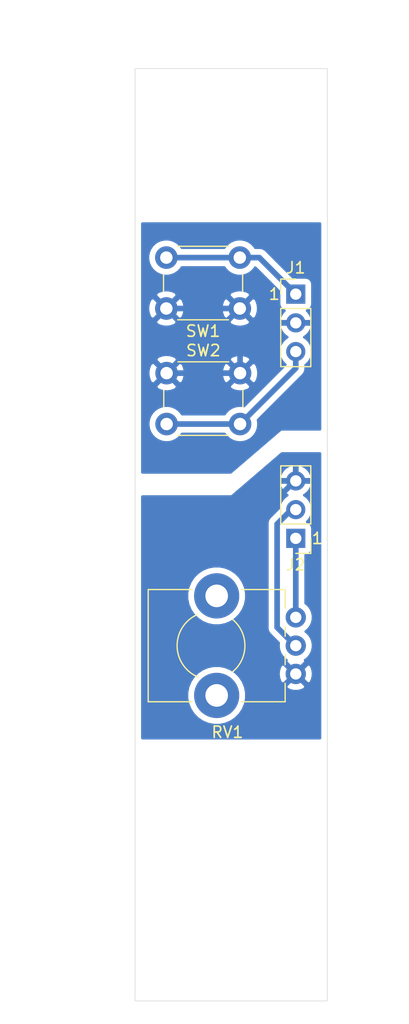
<source format=kicad_pcb>
(kicad_pcb (version 20171130) (host pcbnew "(5.1.8)-1")

  (general
    (thickness 1.6)
    (drawings 26)
    (tracks 23)
    (zones 0)
    (modules 7)
    (nets 7)
  )

  (page A4)
  (layers
    (0 F.Cu signal)
    (31 B.Cu signal)
    (32 B.Adhes user)
    (33 F.Adhes user)
    (34 B.Paste user)
    (35 F.Paste user)
    (36 B.SilkS user)
    (37 F.SilkS user)
    (38 B.Mask user)
    (39 F.Mask user)
    (40 Dwgs.User user)
    (41 Cmts.User user)
    (42 Eco1.User user)
    (43 Eco2.User user)
    (44 Edge.Cuts user)
    (45 Margin user)
    (46 B.CrtYd user)
    (47 F.CrtYd user)
    (48 B.Fab user)
    (49 F.Fab user)
  )

  (setup
    (last_trace_width 0.5)
    (trace_clearance 0.5)
    (zone_clearance 0.508)
    (zone_45_only no)
    (trace_min 0.2)
    (via_size 0.8)
    (via_drill 0.4)
    (via_min_size 0.4)
    (via_min_drill 0.3)
    (uvia_size 0.3)
    (uvia_drill 0.1)
    (uvias_allowed no)
    (uvia_min_size 0.2)
    (uvia_min_drill 0.1)
    (edge_width 0.05)
    (segment_width 0.2)
    (pcb_text_width 0.3)
    (pcb_text_size 1.5 1.5)
    (mod_edge_width 0.12)
    (mod_text_size 1 1)
    (mod_text_width 0.15)
    (pad_size 1.524 1.524)
    (pad_drill 0.762)
    (pad_to_mask_clearance 0)
    (aux_axis_origin 0 0)
    (visible_elements 7FFFFFFF)
    (pcbplotparams
      (layerselection 0x010f0_ffffffff)
      (usegerberextensions true)
      (usegerberattributes false)
      (usegerberadvancedattributes false)
      (creategerberjobfile false)
      (excludeedgelayer true)
      (linewidth 0.100000)
      (plotframeref false)
      (viasonmask false)
      (mode 1)
      (useauxorigin true)
      (hpglpennumber 1)
      (hpglpenspeed 20)
      (hpglpendiameter 15.000000)
      (psnegative false)
      (psa4output false)
      (plotreference true)
      (plotvalue true)
      (plotinvisibletext false)
      (padsonsilk true)
      (subtractmaskfromsilk false)
      (outputformat 1)
      (mirror false)
      (drillshape 0)
      (scaleselection 1)
      (outputdirectory "gerber_allpcb"))
  )

  (net 0 "")
  (net 1 "Net-(J1-Pad1)")
  (net 2 "Net-(J1-Pad2)")
  (net 3 "Net-(J1-Pad3)")
  (net 4 "Net-(J2-Pad1)")
  (net 5 "Net-(J2-Pad2)")
  (net 6 "Net-(J2-Pad3)")

  (net_class Default "This is the default net class."
    (clearance 0.5)
    (trace_width 0.5)
    (via_dia 0.8)
    (via_drill 0.4)
    (uvia_dia 0.3)
    (uvia_drill 0.1)
    (add_net "Net-(J1-Pad1)")
    (add_net "Net-(J1-Pad2)")
    (add_net "Net-(J1-Pad3)")
    (add_net "Net-(J2-Pad1)")
    (add_net "Net-(J2-Pad2)")
    (add_net "Net-(J2-Pad3)")
  )

  (module Buttons_Switches_ThroughHole:SW_PUSH_6mm (layer F.Cu) (tedit 5923F252) (tstamp 60E2C215)
    (at 77.597 73.66 180)
    (descr https://www.omron.com/ecb/products/pdf/en-b3f.pdf)
    (tags "tact sw push 6mm")
    (path /60E2A62D)
    (fp_text reference SW1 (at 3.25 -2) (layer F.SilkS)
      (effects (font (size 1 1) (thickness 0.15)))
    )
    (fp_text value SW_Push (at 3.75 6.7) (layer F.Fab)
      (effects (font (size 1 1) (thickness 0.15)))
    )
    (fp_line (start 3.25 -0.75) (end 6.25 -0.75) (layer F.Fab) (width 0.1))
    (fp_line (start 6.25 -0.75) (end 6.25 5.25) (layer F.Fab) (width 0.1))
    (fp_line (start 6.25 5.25) (end 0.25 5.25) (layer F.Fab) (width 0.1))
    (fp_line (start 0.25 5.25) (end 0.25 -0.75) (layer F.Fab) (width 0.1))
    (fp_line (start 0.25 -0.75) (end 3.25 -0.75) (layer F.Fab) (width 0.1))
    (fp_line (start 7.75 6) (end 8 6) (layer F.CrtYd) (width 0.05))
    (fp_line (start 8 6) (end 8 5.75) (layer F.CrtYd) (width 0.05))
    (fp_line (start 7.75 -1.5) (end 8 -1.5) (layer F.CrtYd) (width 0.05))
    (fp_line (start 8 -1.5) (end 8 -1.25) (layer F.CrtYd) (width 0.05))
    (fp_line (start -1.5 -1.25) (end -1.5 -1.5) (layer F.CrtYd) (width 0.05))
    (fp_line (start -1.5 -1.5) (end -1.25 -1.5) (layer F.CrtYd) (width 0.05))
    (fp_line (start -1.5 5.75) (end -1.5 6) (layer F.CrtYd) (width 0.05))
    (fp_line (start -1.5 6) (end -1.25 6) (layer F.CrtYd) (width 0.05))
    (fp_line (start -1.25 -1.5) (end 7.75 -1.5) (layer F.CrtYd) (width 0.05))
    (fp_line (start -1.5 5.75) (end -1.5 -1.25) (layer F.CrtYd) (width 0.05))
    (fp_line (start 7.75 6) (end -1.25 6) (layer F.CrtYd) (width 0.05))
    (fp_line (start 8 -1.25) (end 8 5.75) (layer F.CrtYd) (width 0.05))
    (fp_line (start 1 5.5) (end 5.5 5.5) (layer F.SilkS) (width 0.12))
    (fp_line (start -0.25 1.5) (end -0.25 3) (layer F.SilkS) (width 0.12))
    (fp_line (start 5.5 -1) (end 1 -1) (layer F.SilkS) (width 0.12))
    (fp_line (start 6.75 3) (end 6.75 1.5) (layer F.SilkS) (width 0.12))
    (fp_circle (center 3.25 2.25) (end 1.25 2.5) (layer F.Fab) (width 0.1))
    (fp_text user %R (at 3.175 1.905) (layer F.Fab)
      (effects (font (size 1 1) (thickness 0.15)))
    )
    (pad 2 thru_hole circle (at 0 4.5 270) (size 2 2) (drill 1.1) (layers *.Cu *.Mask)
      (net 1 "Net-(J1-Pad1)"))
    (pad 1 thru_hole circle (at 0 0 270) (size 2 2) (drill 1.1) (layers *.Cu *.Mask)
      (net 2 "Net-(J1-Pad2)"))
    (pad 2 thru_hole circle (at 6.5 4.5 270) (size 2 2) (drill 1.1) (layers *.Cu *.Mask)
      (net 1 "Net-(J1-Pad1)"))
    (pad 1 thru_hole circle (at 6.5 0 270) (size 2 2) (drill 1.1) (layers *.Cu *.Mask)
      (net 2 "Net-(J1-Pad2)"))
    (model ${KISYS3DMOD}/Buttons_Switches_THT.3dshapes/SW_PUSH_6mm.wrl
      (offset (xyz 0.1269999980926514 0 0))
      (scale (xyz 0.3937 0.3937 0.3937))
      (rotate (xyz 0 0 0))
    )
    (model ${KISYS3DMOD}/Button_Switch_THT.3dshapes/SW_PUSH_6mm_H7.3mm.wrl
      (at (xyz 0 0 0))
      (scale (xyz 1 1 1))
      (rotate (xyz 0 0 0))
    )
  )

  (module Mounting_Holes:MountingHole_3.2mm_M3 (layer F.Cu) (tedit 56D1B4CB) (tstamp 60E2C5B8)
    (at 75.311 118.745)
    (descr "Mounting Hole 3.2mm, no annular, M3")
    (tags "mounting hole 3.2mm no annular m3")
    (attr virtual)
    (fp_text reference REF** (at 0 -4.2) (layer F.SilkS) hide
      (effects (font (size 1 1) (thickness 0.15)))
    )
    (fp_text value MountingHole_3.2mm_M3 (at 0 4.2) (layer F.Fab)
      (effects (font (size 1 1) (thickness 0.15)))
    )
    (fp_circle (center 0 0) (end 3.2 0) (layer Cmts.User) (width 0.15))
    (fp_circle (center 0 0) (end 3.45 0) (layer F.CrtYd) (width 0.05))
    (fp_text user %R (at 0.3 0) (layer F.Fab)
      (effects (font (size 1 1) (thickness 0.15)))
    )
    (pad 1 np_thru_hole circle (at 0 0) (size 3.2 3.2) (drill 3.2) (layers *.Cu *.Mask))
  )

  (module Mounting_Holes:MountingHole_3.2mm_M3 (layer F.Cu) (tedit 56D1B4CB) (tstamp 60E2AD22)
    (at 75.311 60.452)
    (descr "Mounting Hole 3.2mm, no annular, M3")
    (tags "mounting hole 3.2mm no annular m3")
    (attr virtual)
    (fp_text reference REF** (at 0 -4.2) (layer F.SilkS) hide
      (effects (font (size 1 1) (thickness 0.15)))
    )
    (fp_text value MountingHole_3.2mm_M3 (at 0 4.2) (layer F.Fab)
      (effects (font (size 1 1) (thickness 0.15)))
    )
    (fp_circle (center 0 0) (end 3.45 0) (layer F.CrtYd) (width 0.05))
    (fp_circle (center 0 0) (end 3.2 0) (layer Cmts.User) (width 0.15))
    (fp_text user %R (at 0.3 0) (layer F.Fab)
      (effects (font (size 1 1) (thickness 0.15)))
    )
    (pad 1 np_thru_hole circle (at 0 0) (size 3.2 3.2) (drill 3.2) (layers *.Cu *.Mask))
  )

  (module Buttons_Switches_ThroughHole:SW_PUSH_6mm (layer F.Cu) (tedit 5923F252) (tstamp 60E2A9AF)
    (at 71.12 79.375)
    (descr https://www.omron.com/ecb/products/pdf/en-b3f.pdf)
    (tags "tact sw push 6mm")
    (path /60E2ABC2)
    (fp_text reference SW2 (at 3.25 -2) (layer F.SilkS)
      (effects (font (size 1 1) (thickness 0.15)))
    )
    (fp_text value SW_Push (at 3.75 6.7) (layer F.Fab)
      (effects (font (size 1 1) (thickness 0.15)))
    )
    (fp_line (start 3.25 -0.75) (end 6.25 -0.75) (layer F.Fab) (width 0.1))
    (fp_line (start 6.25 -0.75) (end 6.25 5.25) (layer F.Fab) (width 0.1))
    (fp_line (start 6.25 5.25) (end 0.25 5.25) (layer F.Fab) (width 0.1))
    (fp_line (start 0.25 5.25) (end 0.25 -0.75) (layer F.Fab) (width 0.1))
    (fp_line (start 0.25 -0.75) (end 3.25 -0.75) (layer F.Fab) (width 0.1))
    (fp_line (start 7.75 6) (end 8 6) (layer F.CrtYd) (width 0.05))
    (fp_line (start 8 6) (end 8 5.75) (layer F.CrtYd) (width 0.05))
    (fp_line (start 7.75 -1.5) (end 8 -1.5) (layer F.CrtYd) (width 0.05))
    (fp_line (start 8 -1.5) (end 8 -1.25) (layer F.CrtYd) (width 0.05))
    (fp_line (start -1.5 -1.25) (end -1.5 -1.5) (layer F.CrtYd) (width 0.05))
    (fp_line (start -1.5 -1.5) (end -1.25 -1.5) (layer F.CrtYd) (width 0.05))
    (fp_line (start -1.5 5.75) (end -1.5 6) (layer F.CrtYd) (width 0.05))
    (fp_line (start -1.5 6) (end -1.25 6) (layer F.CrtYd) (width 0.05))
    (fp_line (start -1.25 -1.5) (end 7.75 -1.5) (layer F.CrtYd) (width 0.05))
    (fp_line (start -1.5 5.75) (end -1.5 -1.25) (layer F.CrtYd) (width 0.05))
    (fp_line (start 7.75 6) (end -1.25 6) (layer F.CrtYd) (width 0.05))
    (fp_line (start 8 -1.25) (end 8 5.75) (layer F.CrtYd) (width 0.05))
    (fp_line (start 1 5.5) (end 5.5 5.5) (layer F.SilkS) (width 0.12))
    (fp_line (start -0.25 1.5) (end -0.25 3) (layer F.SilkS) (width 0.12))
    (fp_line (start 5.5 -1) (end 1 -1) (layer F.SilkS) (width 0.12))
    (fp_line (start 6.75 3) (end 6.75 1.5) (layer F.SilkS) (width 0.12))
    (fp_circle (center 3.25 2.25) (end 1.25 2.5) (layer F.Fab) (width 0.1))
    (fp_text user %R (at 3.25 2.25) (layer F.Fab)
      (effects (font (size 1 1) (thickness 0.15)))
    )
    (pad 2 thru_hole circle (at 0 4.5 90) (size 2 2) (drill 1.1) (layers *.Cu *.Mask)
      (net 3 "Net-(J1-Pad3)"))
    (pad 1 thru_hole circle (at 0 0 90) (size 2 2) (drill 1.1) (layers *.Cu *.Mask)
      (net 2 "Net-(J1-Pad2)"))
    (pad 2 thru_hole circle (at 6.5 4.5 90) (size 2 2) (drill 1.1) (layers *.Cu *.Mask)
      (net 3 "Net-(J1-Pad3)"))
    (pad 1 thru_hole circle (at 6.5 0 90) (size 2 2) (drill 1.1) (layers *.Cu *.Mask)
      (net 2 "Net-(J1-Pad2)"))
    (model ${KISYS3DMOD}/Buttons_Switches_THT.3dshapes/SW_PUSH_6mm.wrl
      (offset (xyz 0.1269999980926514 0 0))
      (scale (xyz 0.3937 0.3937 0.3937))
      (rotate (xyz 0 0 0))
    )
    (model ${KISYS3DMOD}/Button_Switch_THT.3dshapes/SW_PUSH_6mm_H7.3mm.wrl
      (at (xyz 0 0 0))
      (scale (xyz 1 1 1))
      (rotate (xyz 0 0 0))
    )
  )

  (module Potentiometers:Potentiometer_Alps_RK09K_Horizontal (layer F.Cu) (tedit 58826B09) (tstamp 60E2A9A9)
    (at 82.55 100.965 180)
    (descr "Potentiometer, horizontally mounted, Omeg PC16PU, Omeg PC16PU, Omeg PC16PU, Vishay/Spectrol 248GJ/249GJ Single, Vishay/Spectrol 248GJ/249GJ Single, Vishay/Spectrol 248GJ/249GJ Single, Vishay/Spectrol 248GH/249GH Single, Vishay/Spectrol 148/149 Single, Vishay/Spectrol 148/149 Single, Vishay/Spectrol 148/149 Single, Vishay/Spectrol 148A/149A Single with mounting plates, Vishay/Spectrol 148/149 Double, Vishay/Spectrol 148A/149A Double with mounting plates, Piher PC-16 Single, Piher PC-16 Single, Piher PC-16 Single, Piher PC-16SV Single, Piher PC-16 Double, Piher PC-16 Triple, Piher T16H Single, Piher T16L Single, Piher T16H Double, Alps RK163 Single, Alps RK163 Double, Alps RK097 Single, Alps RK097 Double, Bourns PTV09A-2 Single with mounting sleve Single, Bourns PTV09A-1 with mounting sleve Single, Bourns PRS11S Single, Alps RK09K Single with mounting sleve Single, Alps RK09K with mounting sleve Single, http://www.alps.com/prod/info/E/HTML/Potentiometer/RotaryPotentiometers/RK09K/RK09D1130C1B.html")
    (tags "Potentiometer horizontal  Omeg PC16PU  Omeg PC16PU  Omeg PC16PU  Vishay/Spectrol 248GJ/249GJ Single  Vishay/Spectrol 248GJ/249GJ Single  Vishay/Spectrol 248GJ/249GJ Single  Vishay/Spectrol 248GH/249GH Single  Vishay/Spectrol 148/149 Single  Vishay/Spectrol 148/149 Single  Vishay/Spectrol 148/149 Single  Vishay/Spectrol 148A/149A Single with mounting plates  Vishay/Spectrol 148/149 Double  Vishay/Spectrol 148A/149A Double with mounting plates  Piher PC-16 Single  Piher PC-16 Single  Piher PC-16 Single  Piher PC-16SV Single  Piher PC-16 Double  Piher PC-16 Triple  Piher T16H Single  Piher T16L Single  Piher T16H Double  Alps RK163 Single  Alps RK163 Double  Alps RK097 Single  Alps RK097 Double  Bourns PTV09A-2 Single with mounting sleve Single  Bourns PTV09A-1 with mounting sleve Single  Bourns PRS11S Single  Alps RK09K Single with mounting sleve Single  Alps RK09K with mounting sleve Single")
    (path /60E2B9BF)
    (fp_text reference RV1 (at 6.05 -10.15) (layer F.SilkS)
      (effects (font (size 1 1) (thickness 0.15)))
    )
    (fp_text value R_POT (at 6.05 5.15) (layer F.Fab)
      (effects (font (size 1 1) (thickness 0.15)))
    )
    (fp_circle (center 7.5 -2.5) (end 10.75 -2.5) (layer F.Fab) (width 0.1))
    (fp_circle (center 7.5 -2.5) (end 10.5 -2.5) (layer F.Fab) (width 0.1))
    (fp_line (start 1 -7.4) (end 1 2.4) (layer F.Fab) (width 0.1))
    (fp_line (start 1 2.4) (end 13 2.4) (layer F.Fab) (width 0.1))
    (fp_line (start 13 2.4) (end 13 -7.4) (layer F.Fab) (width 0.1))
    (fp_line (start 13 -7.4) (end 1 -7.4) (layer F.Fab) (width 0.1))
    (fp_line (start 0.94 -7.461) (end 4.806 -7.461) (layer F.SilkS) (width 0.12))
    (fp_line (start 9.195 -7.461) (end 13.06 -7.461) (layer F.SilkS) (width 0.12))
    (fp_line (start 0.94 2.46) (end 4.806 2.46) (layer F.SilkS) (width 0.12))
    (fp_line (start 9.195 2.46) (end 13.06 2.46) (layer F.SilkS) (width 0.12))
    (fp_line (start 0.94 -7.461) (end 0.94 -5.825) (layer F.SilkS) (width 0.12))
    (fp_line (start 0.94 -4.175) (end 0.94 -3.325) (layer F.SilkS) (width 0.12))
    (fp_line (start 0.94 -1.675) (end 0.94 -0.825) (layer F.SilkS) (width 0.12))
    (fp_line (start 0.94 0.825) (end 0.94 2.46) (layer F.SilkS) (width 0.12))
    (fp_line (start 13.06 -7.461) (end 13.06 2.46) (layer F.SilkS) (width 0.12))
    (fp_line (start -1.15 -9.15) (end -1.15 4.15) (layer F.CrtYd) (width 0.05))
    (fp_line (start -1.15 4.15) (end 13.25 4.15) (layer F.CrtYd) (width 0.05))
    (fp_line (start 13.25 4.15) (end 13.25 -9.15) (layer F.CrtYd) (width 0.05))
    (fp_line (start 13.25 -9.15) (end -1.15 -9.15) (layer F.CrtYd) (width 0.05))
    (fp_arc (start 7.5 -2.5) (end 8.673 0.262) (angle -134) (layer F.SilkS) (width 0.12))
    (fp_arc (start 7.5 -2.5) (end 5.572 -4.798) (angle -100) (layer F.SilkS) (width 0.12))
    (pad 3 thru_hole circle (at 0 -5 180) (size 1.8 1.8) (drill 1) (layers *.Cu *.Mask)
      (net 6 "Net-(J2-Pad3)"))
    (pad 2 thru_hole circle (at 0 -2.5 180) (size 1.8 1.8) (drill 1) (layers *.Cu *.Mask)
      (net 5 "Net-(J2-Pad2)"))
    (pad 1 thru_hole circle (at 0 0 180) (size 1.8 1.8) (drill 1) (layers *.Cu *.Mask)
      (net 4 "Net-(J2-Pad1)"))
    (pad 0 np_thru_hole circle (at 7 -6.9 180) (size 4 4) (drill 2) (layers *.Cu *.Mask))
    (pad 0 np_thru_hole circle (at 7 1.9 180) (size 4 4) (drill 2) (layers *.Cu *.Mask))
    (model Potentiometers.3dshapes/Potentiometer_Alps_RK09K_Horizontal.wrl
      (at (xyz 0 0 0))
      (scale (xyz 0.393701 0.393701 0.393701))
      (rotate (xyz 0 0 0))
    )
    (model ${KIPRJMOD}/RK09D1170-F30.STEP
      (offset (xyz 7 2.5 6.5))
      (scale (xyz 1 1 1))
      (rotate (xyz 0 180 90))
    )
  )

  (module Pin_Headers:Pin_Header_Straight_1x03_Pitch2.54mm (layer F.Cu) (tedit 59650532) (tstamp 60E2A9A6)
    (at 82.55 93.98 180)
    (descr "Through hole straight pin header, 1x03, 2.54mm pitch, single row")
    (tags "Through hole pin header THT 1x03 2.54mm single row")
    (path /60E2B5E7)
    (fp_text reference J2 (at 0 -2.33) (layer F.SilkS)
      (effects (font (size 1 1) (thickness 0.15)))
    )
    (fp_text value Conn_01x03_Male (at 0 7.41) (layer F.Fab)
      (effects (font (size 1 1) (thickness 0.15)))
    )
    (fp_line (start -0.635 -1.27) (end 1.27 -1.27) (layer F.Fab) (width 0.1))
    (fp_line (start 1.27 -1.27) (end 1.27 6.35) (layer F.Fab) (width 0.1))
    (fp_line (start 1.27 6.35) (end -1.27 6.35) (layer F.Fab) (width 0.1))
    (fp_line (start -1.27 6.35) (end -1.27 -0.635) (layer F.Fab) (width 0.1))
    (fp_line (start -1.27 -0.635) (end -0.635 -1.27) (layer F.Fab) (width 0.1))
    (fp_line (start -1.33 6.41) (end 1.33 6.41) (layer F.SilkS) (width 0.12))
    (fp_line (start -1.33 1.27) (end -1.33 6.41) (layer F.SilkS) (width 0.12))
    (fp_line (start 1.33 1.27) (end 1.33 6.41) (layer F.SilkS) (width 0.12))
    (fp_line (start -1.33 1.27) (end 1.33 1.27) (layer F.SilkS) (width 0.12))
    (fp_line (start -1.33 0) (end -1.33 -1.33) (layer F.SilkS) (width 0.12))
    (fp_line (start -1.33 -1.33) (end 0 -1.33) (layer F.SilkS) (width 0.12))
    (fp_line (start -1.8 -1.8) (end -1.8 6.85) (layer F.CrtYd) (width 0.05))
    (fp_line (start -1.8 6.85) (end 1.8 6.85) (layer F.CrtYd) (width 0.05))
    (fp_line (start 1.8 6.85) (end 1.8 -1.8) (layer F.CrtYd) (width 0.05))
    (fp_line (start 1.8 -1.8) (end -1.8 -1.8) (layer F.CrtYd) (width 0.05))
    (fp_text user %R (at 0 2.54 90) (layer F.Fab)
      (effects (font (size 1 1) (thickness 0.15)))
    )
    (fp_text user 1 (at -1.905 0) (layer F.SilkS)
      (effects (font (size 1 1) (thickness 0.15)))
    )
    (pad 1 thru_hole rect (at 0 0 180) (size 1.7 1.7) (drill 1) (layers *.Cu *.Mask)
      (net 4 "Net-(J2-Pad1)"))
    (pad 2 thru_hole oval (at 0 2.54 180) (size 1.7 1.7) (drill 1) (layers *.Cu *.Mask)
      (net 5 "Net-(J2-Pad2)"))
    (pad 3 thru_hole oval (at 0 5.08 180) (size 1.7 1.7) (drill 1) (layers *.Cu *.Mask)
      (net 6 "Net-(J2-Pad3)"))
    (model ${KISYS3DMOD}/Pin_Headers.3dshapes/Pin_Header_Straight_1x03_Pitch2.54mm.wrl
      (at (xyz 0 0 0))
      (scale (xyz 1 1 1))
      (rotate (xyz 0 0 0))
    )
  )

  (module Pin_Headers:Pin_Header_Straight_1x03_Pitch2.54mm (layer F.Cu) (tedit 59650532) (tstamp 60E2A9A3)
    (at 82.55 72.39)
    (descr "Through hole straight pin header, 1x03, 2.54mm pitch, single row")
    (tags "Through hole pin header THT 1x03 2.54mm single row")
    (path /60E2ADF7)
    (fp_text reference J1 (at 0 -2.33) (layer F.SilkS)
      (effects (font (size 1 1) (thickness 0.15)))
    )
    (fp_text value Conn_01x03_Male (at 0 7.41) (layer F.Fab)
      (effects (font (size 1 1) (thickness 0.15)))
    )
    (fp_line (start -0.635 -1.27) (end 1.27 -1.27) (layer F.Fab) (width 0.1))
    (fp_line (start 1.27 -1.27) (end 1.27 6.35) (layer F.Fab) (width 0.1))
    (fp_line (start 1.27 6.35) (end -1.27 6.35) (layer F.Fab) (width 0.1))
    (fp_line (start -1.27 6.35) (end -1.27 -0.635) (layer F.Fab) (width 0.1))
    (fp_line (start -1.27 -0.635) (end -0.635 -1.27) (layer F.Fab) (width 0.1))
    (fp_line (start -1.33 6.41) (end 1.33 6.41) (layer F.SilkS) (width 0.12))
    (fp_line (start -1.33 1.27) (end -1.33 6.41) (layer F.SilkS) (width 0.12))
    (fp_line (start 1.33 1.27) (end 1.33 6.41) (layer F.SilkS) (width 0.12))
    (fp_line (start -1.33 1.27) (end 1.33 1.27) (layer F.SilkS) (width 0.12))
    (fp_line (start -1.33 0) (end -1.33 -1.33) (layer F.SilkS) (width 0.12))
    (fp_line (start -1.33 -1.33) (end 0 -1.33) (layer F.SilkS) (width 0.12))
    (fp_line (start -1.8 -1.8) (end -1.8 6.85) (layer F.CrtYd) (width 0.05))
    (fp_line (start -1.8 6.85) (end 1.8 6.85) (layer F.CrtYd) (width 0.05))
    (fp_line (start 1.8 6.85) (end 1.8 -1.8) (layer F.CrtYd) (width 0.05))
    (fp_line (start 1.8 -1.8) (end -1.8 -1.8) (layer F.CrtYd) (width 0.05))
    (fp_text user %R (at 0 2.54 90) (layer F.Fab)
      (effects (font (size 1 1) (thickness 0.15)))
    )
    (fp_text user 1 (at -1.905 0) (layer F.SilkS)
      (effects (font (size 1 1) (thickness 0.15)))
    )
    (pad 1 thru_hole rect (at 0 0) (size 1.7 1.7) (drill 1) (layers *.Cu *.Mask)
      (net 1 "Net-(J1-Pad1)"))
    (pad 2 thru_hole oval (at 0 2.54) (size 1.7 1.7) (drill 1) (layers *.Cu *.Mask)
      (net 2 "Net-(J1-Pad2)"))
    (pad 3 thru_hole oval (at 0 5.08) (size 1.7 1.7) (drill 1) (layers *.Cu *.Mask)
      (net 3 "Net-(J1-Pad3)"))
    (model ${KISYS3DMOD}/Pin_Headers.3dshapes/Pin_Header_Straight_1x03_Pitch2.54mm.wrl
      (at (xyz 0 0 0))
      (scale (xyz 1 1 1))
      (rotate (xyz 0 0 0))
    )
  )

  (dimension 3.175 (width 0.15) (layer Dwgs.User)
    (gr_text "3.175 mm" (at 84.7725 96.55) (layer Dwgs.User)
      (effects (font (size 1 1) (thickness 0.15)))
    )
    (feature1 (pts (xy 83.185 93.98) (xy 83.185 95.836421)))
    (feature2 (pts (xy 86.36 93.98) (xy 86.36 95.836421)))
    (crossbar (pts (xy 86.36 95.25) (xy 83.185 95.25)))
    (arrow1a (pts (xy 83.185 95.25) (xy 84.311504 94.663579)))
    (arrow1b (pts (xy 83.185 95.25) (xy 84.311504 95.836421)))
    (arrow2a (pts (xy 86.36 95.25) (xy 85.233496 94.663579)))
    (arrow2b (pts (xy 86.36 95.25) (xy 85.233496 95.836421)))
  )
  (dimension 54.077919 (width 0.15) (layer Dwgs.User)
    (gr_text "54.078 mm" (at 60.041 76.441959 270) (layer Dwgs.User)
      (effects (font (size 1 1) (thickness 0.15)))
    )
    (feature1 (pts (xy 75.057 103.480919) (xy 60.754579 103.480919)))
    (feature2 (pts (xy 75.057 49.403) (xy 60.754579 49.403)))
    (crossbar (pts (xy 61.341 49.403) (xy 61.341 103.480919)))
    (arrow1a (pts (xy 61.341 103.480919) (xy 60.754579 102.354415)))
    (arrow1b (pts (xy 61.341 103.480919) (xy 61.927421 102.354415)))
    (arrow2a (pts (xy 61.341 49.403) (xy 60.754579 50.529504)))
    (arrow2b (pts (xy 61.341 49.403) (xy 61.927421 50.529504)))
  )
  (dimension 69.342 (width 0.15) (layer Dwgs.User)
    (gr_text "69.342 mm" (at 69.564187 84.074 270) (layer Dwgs.User)
      (effects (font (size 1 1) (thickness 0.15)))
    )
    (feature1 (pts (xy 75.311 118.745) (xy 70.277766 118.745)))
    (feature2 (pts (xy 75.311 49.403) (xy 70.277766 49.403)))
    (crossbar (pts (xy 70.864187 49.403) (xy 70.864187 118.745)))
    (arrow1a (pts (xy 70.864187 118.745) (xy 70.277766 117.618496)))
    (arrow1b (pts (xy 70.864187 118.745) (xy 71.450608 117.618496)))
    (arrow2a (pts (xy 70.864187 49.403) (xy 70.277766 50.529504)))
    (arrow2b (pts (xy 70.864187 49.403) (xy 71.450608 50.529504)))
  )
  (dimension 4.579156 (width 0.15) (layer Dwgs.User)
    (gr_text "4.579 mm" (at 74.373283 77.186) (layer Dwgs.User)
      (effects (font (size 1 1) (thickness 0.15)))
    )
    (feature1 (pts (xy 76.662861 81.6102) (xy 76.662861 77.899579)))
    (feature2 (pts (xy 72.083705 81.6102) (xy 72.083705 77.899579)))
    (crossbar (pts (xy 72.083705 78.486) (xy 76.662861 78.486)))
    (arrow1a (pts (xy 76.662861 78.486) (xy 75.536357 79.072421)))
    (arrow1b (pts (xy 76.662861 78.486) (xy 75.536357 77.899579)))
    (arrow2a (pts (xy 72.083705 78.486) (xy 73.210209 79.072421)))
    (arrow2b (pts (xy 72.083705 78.486) (xy 73.210209 77.899579)))
  )
  (dimension 8.047544 (width 0.15) (layer Dwgs.User)
    (gr_text "8.048 mm" (at 75.057 101.189) (layer Dwgs.User)
      (effects (font (size 1 1) (thickness 0.15)))
    )
    (feature1 (pts (xy 79.080772 103.480919) (xy 79.080772 101.902579)))
    (feature2 (pts (xy 71.033228 103.480919) (xy 71.033228 101.902579)))
    (crossbar (pts (xy 71.033228 102.489) (xy 79.080772 102.489)))
    (arrow1a (pts (xy 79.080772 102.489) (xy 77.954268 103.075421)))
    (arrow1b (pts (xy 79.080772 102.489) (xy 77.954268 101.902579)))
    (arrow2a (pts (xy 71.033228 102.489) (xy 72.159732 103.075421)))
    (arrow2b (pts (xy 71.033228 102.489) (xy 72.159732 101.902579)))
  )
  (dimension 11.986717 (width 0.15) (layer Dwgs.User)
    (gr_text "11.987 mm" (at 80.366641 84.052651) (layer Dwgs.User)
      (effects (font (size 1 1) (thickness 0.15)))
    )
    (feature1 (pts (xy 86.36 81.6102) (xy 86.36 83.339072)))
    (feature2 (pts (xy 74.373283 81.6102) (xy 74.373283 83.339072)))
    (crossbar (pts (xy 74.373283 82.752651) (xy 86.36 82.752651)))
    (arrow1a (pts (xy 86.36 82.752651) (xy 85.233496 83.339072)))
    (arrow1b (pts (xy 86.36 82.752651) (xy 85.233496 82.16623)))
    (arrow2a (pts (xy 74.373283 82.752651) (xy 75.499787 83.339072)))
    (arrow2b (pts (xy 74.373283 82.752651) (xy 75.499787 82.16623)))
  )
  (gr_line (start 67.31 49.403) (end 67.183 134.874) (layer Dwgs.User) (width 0.15))
  (dimension 1.016 (width 0.15) (layer Dwgs.User)
    (gr_text "1.016 mm" (at 67.818 47.087) (layer Dwgs.User)
      (effects (font (size 1 1) (thickness 0.15)))
    )
    (feature1 (pts (xy 67.31 52.451) (xy 67.31 47.800579)))
    (feature2 (pts (xy 68.326 52.451) (xy 68.326 47.800579)))
    (crossbar (pts (xy 68.326 48.387) (xy 67.31 48.387)))
    (arrow1a (pts (xy 67.31 48.387) (xy 68.436504 47.800579)))
    (arrow1b (pts (xy 67.31 48.387) (xy 68.436504 48.973421)))
    (arrow2a (pts (xy 68.326 48.387) (xy 67.199496 47.800579)))
    (arrow2b (pts (xy 68.326 48.387) (xy 67.199496 48.973421)))
  )
  (gr_line (start 86.36 49.403) (end 67.31 49.403) (layer Dwgs.User) (width 0.15))
  (dimension 3.048 (width 0.15) (layer Dwgs.User)
    (gr_text "3.048 mm" (at 91.216 50.927 90) (layer Dwgs.User)
      (effects (font (size 1 1) (thickness 0.15)))
    )
    (feature1 (pts (xy 85.344 49.403) (xy 90.502421 49.403)))
    (feature2 (pts (xy 85.344 52.451) (xy 90.502421 52.451)))
    (crossbar (pts (xy 89.916 52.451) (xy 89.916 49.403)))
    (arrow1a (pts (xy 89.916 49.403) (xy 90.502421 50.529504)))
    (arrow1b (pts (xy 89.916 49.403) (xy 89.329579 50.529504)))
    (arrow2a (pts (xy 89.916 52.451) (xy 90.502421 51.324496)))
    (arrow2b (pts (xy 89.916 52.451) (xy 89.329579 51.324496)))
  )
  (dimension 1.016 (width 0.15) (layer Dwgs.User)
    (gr_text "1.016 mm" (at 85.852 47.087) (layer Dwgs.User)
      (effects (font (size 1 1) (thickness 0.15)))
    )
    (feature1 (pts (xy 86.36 52.451) (xy 86.36 47.800579)))
    (feature2 (pts (xy 85.344 52.451) (xy 85.344 47.800579)))
    (crossbar (pts (xy 85.344 48.387) (xy 86.36 48.387)))
    (arrow1a (pts (xy 86.36 48.387) (xy 85.233496 48.973421)))
    (arrow1b (pts (xy 86.36 48.387) (xy 85.233496 47.800579)))
    (arrow2a (pts (xy 85.344 48.387) (xy 86.470504 48.973421)))
    (arrow2b (pts (xy 85.344 48.387) (xy 86.470504 47.800579)))
  )
  (gr_line (start 86.36 49.403) (end 86.36 134.874) (layer Dwgs.User) (width 0.15))
  (gr_circle (center 74.350677 71.3994) (end 76.6318 71.5772) (layer Dwgs.User) (width 0.15))
  (gr_circle (center 74.373283 81.6102) (end 76.327 82.804) (layer Dwgs.User) (width 0.15))
  (gr_circle (center 75.057 103.480919) (end 78.867 104.775) (layer Dwgs.User) (width 0.15))
  (dimension 16.129 (width 0.15) (layer Dwgs.User)
    (gr_text "16.129 mm" (at 83.088 126.8095 270) (layer Dwgs.User)
      (effects (font (size 1 1) (thickness 0.15)))
    )
    (feature1 (pts (xy 75.311 134.874) (xy 82.374421 134.874)))
    (feature2 (pts (xy 75.311 118.745) (xy 82.374421 118.745)))
    (crossbar (pts (xy 81.788 118.745) (xy 81.788 134.874)))
    (arrow1a (pts (xy 81.788 134.874) (xy 81.201579 133.747496)))
    (arrow1b (pts (xy 81.788 134.874) (xy 82.374421 133.747496)))
    (arrow2a (pts (xy 81.788 118.745) (xy 81.201579 119.871504)))
    (arrow2b (pts (xy 81.788 118.745) (xy 82.374421 119.871504)))
  )
  (dimension 11.303 (width 0.15) (layer Dwgs.User)
    (gr_text "11.303 mm" (at 80.708726 105.41526 0.006686112787) (layer Dwgs.User)
      (effects (font (size 1 1) (thickness 0.15)))
    )
    (feature1 (pts (xy 75.057 103.480919) (xy 75.057143 104.702341)))
    (feature2 (pts (xy 86.36 103.4796) (xy 86.360143 104.701022)))
    (crossbar (pts (xy 86.360074 104.114601) (xy 75.057074 104.11592)))
    (arrow1a (pts (xy 75.057074 104.11592) (xy 76.183509 103.529368)))
    (arrow1b (pts (xy 75.057074 104.11592) (xy 76.183646 104.702209)))
    (arrow2a (pts (xy 86.360074 104.114601) (xy 85.233502 103.528312)))
    (arrow2b (pts (xy 86.360074 104.114601) (xy 85.233639 104.701153)))
  )
  (dimension 58.293 (width 0.15) (layer Dwgs.User) (tstamp 60E2C1B6)
    (gr_text "58.293 mm" (at 83.088 89.5985 270) (layer Dwgs.User) (tstamp 60E2C1B6)
      (effects (font (size 1 1) (thickness 0.15)))
    )
    (feature1 (pts (xy 75.311 118.745) (xy 82.374421 118.745)))
    (feature2 (pts (xy 75.311 60.452) (xy 82.374421 60.452)))
    (crossbar (pts (xy 81.788 60.452) (xy 81.788 118.745)))
    (arrow1a (pts (xy 81.788 118.745) (xy 81.201579 117.618496)))
    (arrow1b (pts (xy 81.788 118.745) (xy 82.374421 117.618496)))
    (arrow2a (pts (xy 81.788 60.452) (xy 81.201579 61.578504)))
    (arrow2b (pts (xy 81.788 60.452) (xy 82.374421 61.578504)))
  )
  (dimension 11.049 (width 0.15) (layer Dwgs.User)
    (gr_text "11.049 mm" (at 80.8355 64.165) (layer Dwgs.User)
      (effects (font (size 1 1) (thickness 0.15)))
    )
    (feature1 (pts (xy 75.311 60.452) (xy 75.311 63.451421)))
    (feature2 (pts (xy 86.36 60.452) (xy 86.36 63.451421)))
    (crossbar (pts (xy 86.36 62.865) (xy 75.311 62.865)))
    (arrow1a (pts (xy 75.311 62.865) (xy 76.437504 62.278579)))
    (arrow1b (pts (xy 75.311 62.865) (xy 76.437504 63.451421)))
    (arrow2a (pts (xy 86.36 62.865) (xy 85.233496 62.278579)))
    (arrow2b (pts (xy 86.36 62.865) (xy 85.233496 63.451421)))
  )
  (dimension 11.049 (width 0.15) (layer Dwgs.User)
    (gr_text "11.049 mm" (at 71.598 54.9275 270) (layer Dwgs.User)
      (effects (font (size 1 1) (thickness 0.15)))
    )
    (feature1 (pts (xy 75.311 60.452) (xy 72.311579 60.452)))
    (feature2 (pts (xy 75.311 49.403) (xy 72.311579 49.403)))
    (crossbar (pts (xy 72.898 49.403) (xy 72.898 60.452)))
    (arrow1a (pts (xy 72.898 60.452) (xy 72.311579 59.325496)))
    (arrow1b (pts (xy 72.898 60.452) (xy 73.484421 59.325496)))
    (arrow2a (pts (xy 72.898 49.403) (xy 72.311579 50.529504)))
    (arrow2b (pts (xy 72.898 49.403) (xy 73.484421 50.529504)))
  )
  (dimension 17.018 (width 0.15) (layer Dwgs.User)
    (gr_text "17.018 mm" (at 76.835 137.571) (layer Dwgs.User)
      (effects (font (size 1 1) (thickness 0.15)))
    )
    (feature1 (pts (xy 85.344 134.874) (xy 85.344 136.857421)))
    (feature2 (pts (xy 68.326 134.874) (xy 68.326 136.857421)))
    (crossbar (pts (xy 68.326 136.271) (xy 85.344 136.271)))
    (arrow1a (pts (xy 85.344 136.271) (xy 84.217496 136.857421)))
    (arrow1b (pts (xy 85.344 136.271) (xy 84.217496 135.684579)))
    (arrow2a (pts (xy 68.326 136.271) (xy 69.452504 136.857421)))
    (arrow2b (pts (xy 68.326 136.271) (xy 69.452504 135.684579)))
  )
  (gr_line (start 85.344 52.451) (end 68.326 52.451) (layer Edge.Cuts) (width 0.05) (tstamp 60E2A8F7))
  (gr_line (start 85.344 134.874) (end 85.344 52.451) (layer Edge.Cuts) (width 0.05))
  (gr_line (start 68.326 134.874) (end 85.344 134.874) (layer Edge.Cuts) (width 0.05))
  (gr_line (start 68.326 52.451) (end 68.326 134.874) (layer Edge.Cuts) (width 0.05))
  (dimension 82.423 (width 0.15) (layer Dwgs.User)
    (gr_text "82.423 mm" (at 64.105001 93.6625 270) (layer Dwgs.User)
      (effects (font (size 1 1) (thickness 0.15)))
    )
    (feature1 (pts (xy 68.326 134.874) (xy 64.81858 134.874)))
    (feature2 (pts (xy 68.326 52.451) (xy 64.81858 52.451)))
    (crossbar (pts (xy 65.405001 52.451) (xy 65.405001 134.874)))
    (arrow1a (pts (xy 65.405001 134.874) (xy 64.81858 133.747496)))
    (arrow1b (pts (xy 65.405001 134.874) (xy 65.991422 133.747496)))
    (arrow2a (pts (xy 65.405001 52.451) (xy 64.81858 53.577504)))
    (arrow2b (pts (xy 65.405001 52.451) (xy 65.991422 53.577504)))
  )

  (segment (start 81.86 71.7) (end 82.55 72.39) (width 0.5) (layer B.Cu) (net 1))
  (segment (start 71.097 69.16) (end 77.597 69.16) (width 0.5) (layer B.Cu) (net 1))
  (segment (start 79.32 69.16) (end 82.55 72.39) (width 0.5) (layer B.Cu) (net 1))
  (segment (start 77.597 69.16) (end 79.32 69.16) (width 0.5) (layer B.Cu) (net 1))
  (segment (start 78.867 74.93) (end 77.597 73.66) (width 0.5) (layer B.Cu) (net 2))
  (segment (start 82.55 74.93) (end 78.867 74.93) (width 0.5) (layer B.Cu) (net 2))
  (segment (start 77.597 73.66) (end 71.097 73.66) (width 0.5) (layer B.Cu) (net 2))
  (segment (start 71.12 79.375) (end 77.62 79.375) (width 0.5) (layer B.Cu) (net 2))
  (segment (start 77.62 76.177) (end 78.867 74.93) (width 0.5) (layer B.Cu) (net 2))
  (segment (start 77.62 79.375) (end 77.62 76.177) (width 0.5) (layer B.Cu) (net 2))
  (segment (start 82.55 78.945) (end 77.62 83.875) (width 0.5) (layer B.Cu) (net 3))
  (segment (start 82.55 77.47) (end 82.55 78.945) (width 0.5) (layer B.Cu) (net 3))
  (segment (start 77.62 83.875) (end 71.12 83.875) (width 0.5) (layer B.Cu) (net 3))
  (segment (start 82.55 93.98) (end 82.55 100.965) (width 0.5) (layer B.Cu) (net 4))
  (segment (start 82.51 103.465) (end 82.55 103.465) (width 0.5) (layer B.Cu) (net 5))
  (segment (start 80.899999 101.854999) (end 82.51 103.465) (width 0.5) (layer B.Cu) (net 5))
  (segment (start 80.899999 92.709001) (end 80.899999 101.854999) (width 0.5) (layer B.Cu) (net 5))
  (segment (start 82.169 91.44) (end 80.899999 92.709001) (width 0.5) (layer B.Cu) (net 5))
  (segment (start 82.55 91.44) (end 82.169 91.44) (width 0.5) (layer B.Cu) (net 5))
  (segment (start 82.473692 88.9) (end 79.899989 91.473703) (width 0.5) (layer B.Cu) (net 6))
  (segment (start 82.55 88.9) (end 82.473692 88.9) (width 0.5) (layer B.Cu) (net 6))
  (segment (start 79.899989 103.314989) (end 82.55 105.965) (width 0.5) (layer B.Cu) (net 6))
  (segment (start 79.899989 91.473703) (end 79.899989 103.314989) (width 0.5) (layer B.Cu) (net 6))

  (zone (net 2) (net_name "Net-(J1-Pad2)") (layer B.Cu) (tstamp 611D4482) (hatch edge 0.508)
    (connect_pads (clearance 0.508))
    (min_thickness 0.254)
    (fill yes (arc_segments 32) (thermal_gap 0.508) (thermal_bridge_width 0.508))
    (polygon
      (pts
        (xy 86.36 84.455) (xy 81.28 84.455) (xy 76.835 88.265) (xy 67.31 88.265) (xy 67.31 66.04)
        (xy 86.36 66.04)
      )
    )
    (filled_polygon
      (pts
        (xy 84.684001 84.328) (xy 81.28 84.328) (xy 81.255224 84.33044) (xy 81.231399 84.337667) (xy 81.209443 84.349403)
        (xy 81.197349 84.358574) (xy 76.788019 88.138) (xy 68.986 88.138) (xy 68.986 83.713967) (xy 69.485 83.713967)
        (xy 69.485 84.036033) (xy 69.547832 84.351912) (xy 69.671082 84.649463) (xy 69.850013 84.917252) (xy 70.077748 85.144987)
        (xy 70.345537 85.323918) (xy 70.643088 85.447168) (xy 70.958967 85.51) (xy 71.281033 85.51) (xy 71.596912 85.447168)
        (xy 71.894463 85.323918) (xy 72.162252 85.144987) (xy 72.389987 84.917252) (xy 72.495059 84.76) (xy 76.244941 84.76)
        (xy 76.350013 84.917252) (xy 76.577748 85.144987) (xy 76.845537 85.323918) (xy 77.143088 85.447168) (xy 77.458967 85.51)
        (xy 77.781033 85.51) (xy 78.096912 85.447168) (xy 78.394463 85.323918) (xy 78.662252 85.144987) (xy 78.889987 84.917252)
        (xy 79.068918 84.649463) (xy 79.192168 84.351912) (xy 79.255 84.036033) (xy 79.255 83.713967) (xy 79.218103 83.528475)
        (xy 83.145049 79.60153) (xy 83.178817 79.573817) (xy 83.289411 79.439059) (xy 83.371589 79.285313) (xy 83.422195 79.11849)
        (xy 83.435 78.988477) (xy 83.435 78.988469) (xy 83.439281 78.945) (xy 83.435 78.901531) (xy 83.435 78.664656)
        (xy 83.496632 78.623475) (xy 83.703475 78.416632) (xy 83.86599 78.173411) (xy 83.977932 77.903158) (xy 84.035 77.61626)
        (xy 84.035 77.32374) (xy 83.977932 77.036842) (xy 83.86599 76.766589) (xy 83.703475 76.523368) (xy 83.496632 76.316525)
        (xy 83.314466 76.194805) (xy 83.431355 76.125178) (xy 83.647588 75.930269) (xy 83.821641 75.69692) (xy 83.946825 75.434099)
        (xy 83.991476 75.28689) (xy 83.870155 75.057) (xy 82.677 75.057) (xy 82.677 75.077) (xy 82.423 75.077)
        (xy 82.423 75.057) (xy 81.229845 75.057) (xy 81.108524 75.28689) (xy 81.153175 75.434099) (xy 81.278359 75.69692)
        (xy 81.452412 75.930269) (xy 81.668645 76.125178) (xy 81.785534 76.194805) (xy 81.603368 76.316525) (xy 81.396525 76.523368)
        (xy 81.23401 76.766589) (xy 81.122068 77.036842) (xy 81.065 77.32374) (xy 81.065 77.61626) (xy 81.122068 77.903158)
        (xy 81.23401 78.173411) (xy 81.396525 78.416632) (xy 81.603368 78.623475) (xy 81.613306 78.630115) (xy 77.966525 82.276897)
        (xy 77.781033 82.24) (xy 77.458967 82.24) (xy 77.143088 82.302832) (xy 76.845537 82.426082) (xy 76.577748 82.605013)
        (xy 76.350013 82.832748) (xy 76.244941 82.99) (xy 72.495059 82.99) (xy 72.389987 82.832748) (xy 72.162252 82.605013)
        (xy 71.894463 82.426082) (xy 71.596912 82.302832) (xy 71.281033 82.24) (xy 70.958967 82.24) (xy 70.643088 82.302832)
        (xy 70.345537 82.426082) (xy 70.077748 82.605013) (xy 69.850013 82.832748) (xy 69.671082 83.100537) (xy 69.547832 83.398088)
        (xy 69.485 83.713967) (xy 68.986 83.713967) (xy 68.986 80.510413) (xy 70.164192 80.510413) (xy 70.259956 80.774814)
        (xy 70.549571 80.915704) (xy 70.861108 80.997384) (xy 71.182595 81.016718) (xy 71.501675 80.972961) (xy 71.806088 80.867795)
        (xy 71.980044 80.774814) (xy 72.075808 80.510413) (xy 76.664192 80.510413) (xy 76.759956 80.774814) (xy 77.049571 80.915704)
        (xy 77.361108 80.997384) (xy 77.682595 81.016718) (xy 78.001675 80.972961) (xy 78.306088 80.867795) (xy 78.480044 80.774814)
        (xy 78.575808 80.510413) (xy 77.62 79.554605) (xy 76.664192 80.510413) (xy 72.075808 80.510413) (xy 71.12 79.554605)
        (xy 70.164192 80.510413) (xy 68.986 80.510413) (xy 68.986 79.437595) (xy 69.478282 79.437595) (xy 69.522039 79.756675)
        (xy 69.627205 80.061088) (xy 69.720186 80.235044) (xy 69.984587 80.330808) (xy 70.940395 79.375) (xy 71.299605 79.375)
        (xy 72.255413 80.330808) (xy 72.519814 80.235044) (xy 72.660704 79.945429) (xy 72.742384 79.633892) (xy 72.754189 79.437595)
        (xy 75.978282 79.437595) (xy 76.022039 79.756675) (xy 76.127205 80.061088) (xy 76.220186 80.235044) (xy 76.484587 80.330808)
        (xy 77.440395 79.375) (xy 77.799605 79.375) (xy 78.755413 80.330808) (xy 79.019814 80.235044) (xy 79.160704 79.945429)
        (xy 79.242384 79.633892) (xy 79.261718 79.312405) (xy 79.217961 78.993325) (xy 79.112795 78.688912) (xy 79.019814 78.514956)
        (xy 78.755413 78.419192) (xy 77.799605 79.375) (xy 77.440395 79.375) (xy 76.484587 78.419192) (xy 76.220186 78.514956)
        (xy 76.079296 78.804571) (xy 75.997616 79.116108) (xy 75.978282 79.437595) (xy 72.754189 79.437595) (xy 72.761718 79.312405)
        (xy 72.717961 78.993325) (xy 72.612795 78.688912) (xy 72.519814 78.514956) (xy 72.255413 78.419192) (xy 71.299605 79.375)
        (xy 70.940395 79.375) (xy 69.984587 78.419192) (xy 69.720186 78.514956) (xy 69.579296 78.804571) (xy 69.497616 79.116108)
        (xy 69.478282 79.437595) (xy 68.986 79.437595) (xy 68.986 78.239587) (xy 70.164192 78.239587) (xy 71.12 79.195395)
        (xy 72.075808 78.239587) (xy 76.664192 78.239587) (xy 77.62 79.195395) (xy 78.575808 78.239587) (xy 78.480044 77.975186)
        (xy 78.190429 77.834296) (xy 77.878892 77.752616) (xy 77.557405 77.733282) (xy 77.238325 77.777039) (xy 76.933912 77.882205)
        (xy 76.759956 77.975186) (xy 76.664192 78.239587) (xy 72.075808 78.239587) (xy 71.980044 77.975186) (xy 71.690429 77.834296)
        (xy 71.378892 77.752616) (xy 71.057405 77.733282) (xy 70.738325 77.777039) (xy 70.433912 77.882205) (xy 70.259956 77.975186)
        (xy 70.164192 78.239587) (xy 68.986 78.239587) (xy 68.986 74.795413) (xy 70.141192 74.795413) (xy 70.236956 75.059814)
        (xy 70.526571 75.200704) (xy 70.838108 75.282384) (xy 71.159595 75.301718) (xy 71.478675 75.257961) (xy 71.783088 75.152795)
        (xy 71.957044 75.059814) (xy 72.052808 74.795413) (xy 76.641192 74.795413) (xy 76.736956 75.059814) (xy 77.026571 75.200704)
        (xy 77.338108 75.282384) (xy 77.659595 75.301718) (xy 77.978675 75.257961) (xy 78.283088 75.152795) (xy 78.457044 75.059814)
        (xy 78.552808 74.795413) (xy 77.597 73.839605) (xy 76.641192 74.795413) (xy 72.052808 74.795413) (xy 71.097 73.839605)
        (xy 70.141192 74.795413) (xy 68.986 74.795413) (xy 68.986 73.722595) (xy 69.455282 73.722595) (xy 69.499039 74.041675)
        (xy 69.604205 74.346088) (xy 69.697186 74.520044) (xy 69.961587 74.615808) (xy 70.917395 73.66) (xy 71.276605 73.66)
        (xy 72.232413 74.615808) (xy 72.496814 74.520044) (xy 72.637704 74.230429) (xy 72.719384 73.918892) (xy 72.731189 73.722595)
        (xy 75.955282 73.722595) (xy 75.999039 74.041675) (xy 76.104205 74.346088) (xy 76.197186 74.520044) (xy 76.461587 74.615808)
        (xy 77.417395 73.66) (xy 77.776605 73.66) (xy 78.732413 74.615808) (xy 78.996814 74.520044) (xy 79.137704 74.230429)
        (xy 79.219384 73.918892) (xy 79.238718 73.597405) (xy 79.194961 73.278325) (xy 79.089795 72.973912) (xy 78.996814 72.799956)
        (xy 78.732413 72.704192) (xy 77.776605 73.66) (xy 77.417395 73.66) (xy 76.461587 72.704192) (xy 76.197186 72.799956)
        (xy 76.056296 73.089571) (xy 75.974616 73.401108) (xy 75.955282 73.722595) (xy 72.731189 73.722595) (xy 72.738718 73.597405)
        (xy 72.694961 73.278325) (xy 72.589795 72.973912) (xy 72.496814 72.799956) (xy 72.232413 72.704192) (xy 71.276605 73.66)
        (xy 70.917395 73.66) (xy 69.961587 72.704192) (xy 69.697186 72.799956) (xy 69.556296 73.089571) (xy 69.474616 73.401108)
        (xy 69.455282 73.722595) (xy 68.986 73.722595) (xy 68.986 72.524587) (xy 70.141192 72.524587) (xy 71.097 73.480395)
        (xy 72.052808 72.524587) (xy 76.641192 72.524587) (xy 77.597 73.480395) (xy 78.552808 72.524587) (xy 78.457044 72.260186)
        (xy 78.167429 72.119296) (xy 77.855892 72.037616) (xy 77.534405 72.018282) (xy 77.215325 72.062039) (xy 76.910912 72.167205)
        (xy 76.736956 72.260186) (xy 76.641192 72.524587) (xy 72.052808 72.524587) (xy 71.957044 72.260186) (xy 71.667429 72.119296)
        (xy 71.355892 72.037616) (xy 71.034405 72.018282) (xy 70.715325 72.062039) (xy 70.410912 72.167205) (xy 70.236956 72.260186)
        (xy 70.141192 72.524587) (xy 68.986 72.524587) (xy 68.986 68.998967) (xy 69.462 68.998967) (xy 69.462 69.321033)
        (xy 69.524832 69.636912) (xy 69.648082 69.934463) (xy 69.827013 70.202252) (xy 70.054748 70.429987) (xy 70.322537 70.608918)
        (xy 70.620088 70.732168) (xy 70.935967 70.795) (xy 71.258033 70.795) (xy 71.573912 70.732168) (xy 71.871463 70.608918)
        (xy 72.139252 70.429987) (xy 72.366987 70.202252) (xy 72.472059 70.045) (xy 76.221941 70.045) (xy 76.327013 70.202252)
        (xy 76.554748 70.429987) (xy 76.822537 70.608918) (xy 77.120088 70.732168) (xy 77.435967 70.795) (xy 77.758033 70.795)
        (xy 78.073912 70.732168) (xy 78.371463 70.608918) (xy 78.639252 70.429987) (xy 78.866987 70.202252) (xy 78.964594 70.056172)
        (xy 81.061928 72.153507) (xy 81.061928 73.24) (xy 81.074188 73.364482) (xy 81.110498 73.48418) (xy 81.169463 73.594494)
        (xy 81.248815 73.691185) (xy 81.345506 73.770537) (xy 81.45582 73.829502) (xy 81.536466 73.853966) (xy 81.452412 73.929731)
        (xy 81.278359 74.16308) (xy 81.153175 74.425901) (xy 81.108524 74.57311) (xy 81.229845 74.803) (xy 82.423 74.803)
        (xy 82.423 74.783) (xy 82.677 74.783) (xy 82.677 74.803) (xy 83.870155 74.803) (xy 83.991476 74.57311)
        (xy 83.946825 74.425901) (xy 83.821641 74.16308) (xy 83.647588 73.929731) (xy 83.563534 73.853966) (xy 83.64418 73.829502)
        (xy 83.754494 73.770537) (xy 83.851185 73.691185) (xy 83.930537 73.594494) (xy 83.989502 73.48418) (xy 84.025812 73.364482)
        (xy 84.038072 73.24) (xy 84.038072 71.54) (xy 84.025812 71.415518) (xy 83.989502 71.29582) (xy 83.930537 71.185506)
        (xy 83.851185 71.088815) (xy 83.754494 71.009463) (xy 83.64418 70.950498) (xy 83.524482 70.914188) (xy 83.4 70.901928)
        (xy 82.313507 70.901928) (xy 79.976534 68.564956) (xy 79.948817 68.531183) (xy 79.814059 68.420589) (xy 79.660313 68.338411)
        (xy 79.49349 68.287805) (xy 79.363477 68.275) (xy 79.363469 68.275) (xy 79.32 68.270719) (xy 79.276531 68.275)
        (xy 78.972059 68.275) (xy 78.866987 68.117748) (xy 78.639252 67.890013) (xy 78.371463 67.711082) (xy 78.073912 67.587832)
        (xy 77.758033 67.525) (xy 77.435967 67.525) (xy 77.120088 67.587832) (xy 76.822537 67.711082) (xy 76.554748 67.890013)
        (xy 76.327013 68.117748) (xy 76.221941 68.275) (xy 72.472059 68.275) (xy 72.366987 68.117748) (xy 72.139252 67.890013)
        (xy 71.871463 67.711082) (xy 71.573912 67.587832) (xy 71.258033 67.525) (xy 70.935967 67.525) (xy 70.620088 67.587832)
        (xy 70.322537 67.711082) (xy 70.054748 67.890013) (xy 69.827013 68.117748) (xy 69.648082 68.385537) (xy 69.524832 68.683088)
        (xy 69.462 68.998967) (xy 68.986 68.998967) (xy 68.986 66.167) (xy 84.684001 66.167)
      )
    )
  )
  (zone (net 6) (net_name "Net-(J2-Pad3)") (layer B.Cu) (tstamp 611D447F) (hatch edge 0.508)
    (connect_pads (clearance 0.508))
    (min_thickness 0.254)
    (fill yes (arc_segments 32) (thermal_gap 0.508) (thermal_bridge_width 0.508))
    (polygon
      (pts
        (xy 86.36 111.76) (xy 67.31 111.76) (xy 67.31 90.17) (xy 76.835 90.17) (xy 81.28 86.36)
        (xy 86.36 86.36)
      )
    )
    (filled_polygon
      (pts
        (xy 84.684 111.633) (xy 68.986 111.633) (xy 68.986 107.605475) (xy 72.915 107.605475) (xy 72.915 108.124525)
        (xy 73.016261 108.633601) (xy 73.214893 109.113141) (xy 73.503262 109.544715) (xy 73.870285 109.911738) (xy 74.301859 110.200107)
        (xy 74.781399 110.398739) (xy 75.290475 110.5) (xy 75.809525 110.5) (xy 76.318601 110.398739) (xy 76.798141 110.200107)
        (xy 77.229715 109.911738) (xy 77.596738 109.544715) (xy 77.885107 109.113141) (xy 78.083739 108.633601) (xy 78.185 108.124525)
        (xy 78.185 107.605475) (xy 78.083739 107.096399) (xy 78.055855 107.02908) (xy 81.665525 107.02908) (xy 81.749208 107.283261)
        (xy 82.021775 107.414158) (xy 82.314642 107.489365) (xy 82.616553 107.505991) (xy 82.915907 107.463397) (xy 83.201199 107.363222)
        (xy 83.350792 107.283261) (xy 83.434475 107.02908) (xy 82.55 106.144605) (xy 81.665525 107.02908) (xy 78.055855 107.02908)
        (xy 77.885107 106.616859) (xy 77.596738 106.185285) (xy 77.443006 106.031553) (xy 81.009009 106.031553) (xy 81.051603 106.330907)
        (xy 81.151778 106.616199) (xy 81.231739 106.765792) (xy 81.48592 106.849475) (xy 82.370395 105.965) (xy 82.729605 105.965)
        (xy 83.61408 106.849475) (xy 83.868261 106.765792) (xy 83.999158 106.493225) (xy 84.074365 106.200358) (xy 84.090991 105.898447)
        (xy 84.048397 105.599093) (xy 83.948222 105.313801) (xy 83.868261 105.164208) (xy 83.61408 105.080525) (xy 82.729605 105.965)
        (xy 82.370395 105.965) (xy 81.48592 105.080525) (xy 81.231739 105.164208) (xy 81.100842 105.436775) (xy 81.025635 105.729642)
        (xy 81.009009 106.031553) (xy 77.443006 106.031553) (xy 77.229715 105.818262) (xy 76.798141 105.529893) (xy 76.318601 105.331261)
        (xy 75.809525 105.23) (xy 75.290475 105.23) (xy 74.781399 105.331261) (xy 74.301859 105.529893) (xy 73.870285 105.818262)
        (xy 73.503262 106.185285) (xy 73.214893 106.616859) (xy 73.016261 107.096399) (xy 72.915 107.605475) (xy 68.986 107.605475)
        (xy 68.986 98.805475) (xy 72.915 98.805475) (xy 72.915 99.324525) (xy 73.016261 99.833601) (xy 73.214893 100.313141)
        (xy 73.503262 100.744715) (xy 73.870285 101.111738) (xy 74.301859 101.400107) (xy 74.781399 101.598739) (xy 75.290475 101.7)
        (xy 75.809525 101.7) (xy 76.318601 101.598739) (xy 76.798141 101.400107) (xy 77.229715 101.111738) (xy 77.596738 100.744715)
        (xy 77.885107 100.313141) (xy 78.083739 99.833601) (xy 78.185 99.324525) (xy 78.185 98.805475) (xy 78.083739 98.296399)
        (xy 77.885107 97.816859) (xy 77.596738 97.385285) (xy 77.229715 97.018262) (xy 76.798141 96.729893) (xy 76.318601 96.531261)
        (xy 75.809525 96.43) (xy 75.290475 96.43) (xy 74.781399 96.531261) (xy 74.301859 96.729893) (xy 73.870285 97.018262)
        (xy 73.503262 97.385285) (xy 73.214893 97.816859) (xy 73.016261 98.296399) (xy 72.915 98.805475) (xy 68.986 98.805475)
        (xy 68.986 92.709001) (xy 80.010718 92.709001) (xy 80.014999 92.75247) (xy 80.015 101.81152) (xy 80.010718 101.854999)
        (xy 80.027804 102.028489) (xy 80.078411 102.195312) (xy 80.160589 102.349058) (xy 80.243467 102.450045) (xy 80.24347 102.450048)
        (xy 80.271183 102.483816) (xy 80.30495 102.511528) (xy 81.030303 103.236882) (xy 81.015 103.313816) (xy 81.015 103.616184)
        (xy 81.073989 103.912743) (xy 81.189701 104.192095) (xy 81.357688 104.443505) (xy 81.571495 104.657312) (xy 81.71431 104.752738)
        (xy 81.665525 104.90092) (xy 82.55 105.785395) (xy 83.434475 104.90092) (xy 83.38569 104.752738) (xy 83.528505 104.657312)
        (xy 83.742312 104.443505) (xy 83.910299 104.192095) (xy 84.026011 103.912743) (xy 84.085 103.616184) (xy 84.085 103.313816)
        (xy 84.026011 103.017257) (xy 83.910299 102.737905) (xy 83.742312 102.486495) (xy 83.528505 102.272688) (xy 83.442169 102.215)
        (xy 83.528505 102.157312) (xy 83.742312 101.943505) (xy 83.910299 101.692095) (xy 84.026011 101.412743) (xy 84.085 101.116184)
        (xy 84.085 100.813816) (xy 84.026011 100.517257) (xy 83.910299 100.237905) (xy 83.742312 99.986495) (xy 83.528505 99.772688)
        (xy 83.435 99.71021) (xy 83.435 95.464625) (xy 83.524482 95.455812) (xy 83.64418 95.419502) (xy 83.754494 95.360537)
        (xy 83.851185 95.281185) (xy 83.930537 95.184494) (xy 83.989502 95.07418) (xy 84.025812 94.954482) (xy 84.038072 94.83)
        (xy 84.038072 93.13) (xy 84.025812 93.005518) (xy 83.989502 92.88582) (xy 83.930537 92.775506) (xy 83.851185 92.678815)
        (xy 83.754494 92.599463) (xy 83.64418 92.540498) (xy 83.57162 92.518487) (xy 83.703475 92.386632) (xy 83.86599 92.143411)
        (xy 83.977932 91.873158) (xy 84.035 91.58626) (xy 84.035 91.29374) (xy 83.977932 91.006842) (xy 83.86599 90.736589)
        (xy 83.703475 90.493368) (xy 83.496632 90.286525) (xy 83.314466 90.164805) (xy 83.431355 90.095178) (xy 83.647588 89.900269)
        (xy 83.821641 89.66692) (xy 83.946825 89.404099) (xy 83.991476 89.25689) (xy 83.870155 89.027) (xy 82.677 89.027)
        (xy 82.677 89.047) (xy 82.423 89.047) (xy 82.423 89.027) (xy 81.229845 89.027) (xy 81.108524 89.25689)
        (xy 81.153175 89.404099) (xy 81.278359 89.66692) (xy 81.452412 89.900269) (xy 81.668645 90.095178) (xy 81.785534 90.164805)
        (xy 81.603368 90.286525) (xy 81.396525 90.493368) (xy 81.23401 90.736589) (xy 81.122068 91.006842) (xy 81.065327 91.292094)
        (xy 80.304955 92.052467) (xy 80.271182 92.080184) (xy 80.160588 92.214943) (xy 80.07841 92.368689) (xy 80.027804 92.535512)
        (xy 80.014999 92.665525) (xy 80.014999 92.665532) (xy 80.010718 92.709001) (xy 68.986 92.709001) (xy 68.986 90.297)
        (xy 76.835 90.297) (xy 76.859776 90.29456) (xy 76.883601 90.287333) (xy 76.905557 90.275597) (xy 76.917651 90.266426)
        (xy 78.928186 88.54311) (xy 81.108524 88.54311) (xy 81.229845 88.773) (xy 82.423 88.773) (xy 82.423 87.579186)
        (xy 82.677 87.579186) (xy 82.677 88.773) (xy 83.870155 88.773) (xy 83.991476 88.54311) (xy 83.946825 88.395901)
        (xy 83.821641 88.13308) (xy 83.647588 87.899731) (xy 83.431355 87.704822) (xy 83.181252 87.555843) (xy 82.906891 87.458519)
        (xy 82.677 87.579186) (xy 82.423 87.579186) (xy 82.193109 87.458519) (xy 81.918748 87.555843) (xy 81.668645 87.704822)
        (xy 81.452412 87.899731) (xy 81.278359 88.13308) (xy 81.153175 88.395901) (xy 81.108524 88.54311) (xy 78.928186 88.54311)
        (xy 81.326981 86.487) (xy 84.684001 86.487)
      )
    )
  )
)

</source>
